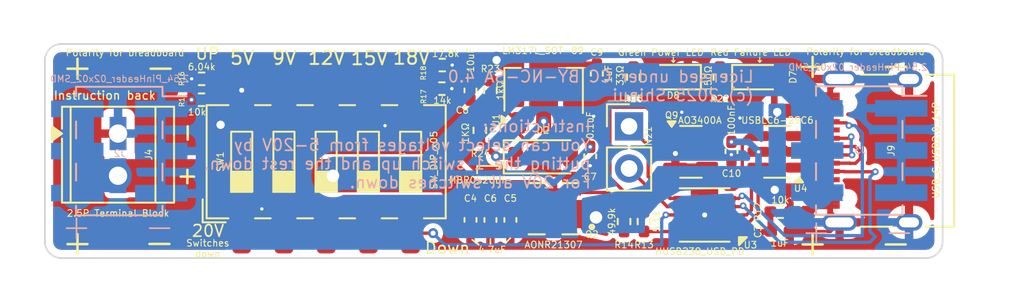
<source format=kicad_pcb>
(kicad_pcb (version 20241229) (generator "pcbnew") (generator_version "9.0")
  (layers (0 "F.Cu" signal) (2 "B.Cu" signal) (13 "F.Paste" user) (15 "B.Paste" user) (5 "F.SilkS" user "F.Silkscreen") (7 "B.SilkS" user "B.Silkscreen") (1 "F.Mask" user) (3 "B.Mask" user) (25 "Edge.Cuts" user))
  (net 0 "")
  (net 1 "GND")
  (net 2 "Net-(U3-VIN)")
  (net 3 "VCC")
  (net 4 "Net-(D7-K)")
  (net 5 "Net-(D7-A)")
  (net 6 "Net-(D8-A)")
  (net 7 "Net-(J9-CC2)")
  (net 8 "Net-(J9-D--PadA7)")
  (net 9 "Net-(J9-D+-PadA6)")
  (net 10 "Net-(J9-CC1)")
  (net 11 "Net-(Q9-G)")
  (net 12 "Net-(U3-Gate)")
  (net 13 "Net-(R15-Pad2)")
  (net 14 "Net-(R16-Pad2)")
  (net 15 "Net-(R17-Pad2)")
  (net 16 "Net-(R18-Pad2)")
  (net 17 "Net-(U3-VSET)")
  (net 18 "SCL 1")
  (net 19 "SDA 1")
  (net 20 "/USB_M")
  (net 21 "/USB_P")
  (net 23 "Net-(D2-A)")
  (net 24 "Net-(D2-K)")
  (net 25 "Net-(Q9-D)")
  (footprint "Resistor_SMD:R_0402_1005Metric_Pad0.72x0.64mm_HandSolder" (layer "F.Cu") (at 166.8 110.2 90)
    (property "Reference" "R23")
    (property "Value" "1kΩ")
  )
  (footprint "LED_SMD:LED_0603_1608Metric_Pad1.05x0.95mm_HandSolder" (layer "F.Cu") (at 183 109.4)
    (property "Reference" "D7")
    (property "Value" "Red Failure LED")
  )
  (footprint "Resistor_SMD:R_0402_1005Metric_Pad0.72x0.64mm_HandSolder" (layer "F.Cu") (at 174.8375 118.1 -90)
    (property "Reference" "R14")
    (property "Value" "49.9k")
  )
  (footprint "TerminalBlock_TE-Connectivity:TerminalBlock_TE_282834-2_1x02_P2.54mm_Horizontal" (layer "F.Cu") (at 144.4 112.8 -90)
    (property "Reference" "J4")
    (property "Value" "2.5P Terminal Block")
  )
  (footprint "Resistor_SMD:R_0402_1005Metric_Pad0.72x0.64mm_HandSolder" (layer "F.Cu") (at 166.1625 112.6025 90)
    (property "Reference" "R24")
    (property "Value" "1KΩ")
  )
  (footprint "Package_TO_SOT_SMD:SOT-23-6" (layer "F.Cu") (at 184.0625 113.9 180)
    (property "Reference" "U4")
    (property "Value" "USBLC6-2SC6")
  )
  (footprint "LED_SMD:LED_0603_1608Metric_Pad1.05x0.95mm_HandSolder" (layer "F.Cu") (at 177.8 109.4 180)
    (property "Reference" "D8")
    (property "Value" "Green Power LED")
  )
  (footprint "Package_TO_SOT_SMD:SOT-89-3" (layer "F.Cu") (at 170 110.2 90)
    (property "Reference" "U1")
    (property "Value" "LM317L_SOT-89")
  )
  (footprint "Capacitor_SMD:C_0402_1005Metric_Pad0.74x0.62mm_HandSolder" (layer "F.Cu") (at 165.6 110.2 90)
    (property "Reference" "C8")
    (property "Value" "10uF")
  )
  (footprint "Capacitor_SMD:C_0402_1005Metric_Pad0.74x0.62mm_HandSolder" (layer "F.Cu") (at 165.6 117.9975 90)
    (property "Reference" "C4")
    (property "Value" "Cap_4.7uF" (hide yes))
  )
  (footprint "Resistor_SMD:R_0402_1005Metric_Pad0.72x0.64mm_HandSolder" (layer "F.Cu") (at 180.6 109.3975 -90)
    (property "Reference" "R22")
    (property "Value" "150Ω")
  )
  (footprint "Capacitor_SMD:C_0402_1005Metric_Pad0.74x0.62mm_HandSolder" (layer "F.Cu") (at 181.3 113.8675 90)
    (property "Reference" "C10")
    (property "Value" "100nF")
  )
  (footprint "Package_DFN_QFN:DFN-10-1EP_3x3mm_P0.5mm_EP1.55x2.48mm" (layer "F.Cu") (at 179.6875 117.7025 180)
    (property "Reference" "U3")
    (property "Value" "HUSB238_USB_PD")
  )
  (footprint "Capacitor_SMD:C_0402_1005Metric_Pad0.74x0.62mm_HandSolder" (layer "F.Cu") (at 166.8 118.0025 90)
    (property "Reference" "C6")
    (property "Value" "Cap_4.7uF" (hide yes))
  )
  (footprint "Connector_USB:USB_C_Receptacle_XKB_U262-16XN-4BVC11" (layer "F.Cu") (at 190.905 113.83 90)
    (property "Reference" "J9")
    (property "Value" "USB_C_USB2.0_14P")
  )
  (footprint "Resistor_SMD:R_0402_1005Metric_Pad0.72x0.64mm_HandSolder" (layer "F.Cu") (at 149.4275 109.5)
    (property "Reference" "R16")
    (property "Value" "6.04k")
  )
  (footprint "Capacitor_SMD:C_0402_1005Metric_Pad0.74x0.62mm_HandSolder" (layer "F.Cu") (at 184.2375 118.7025 180)
    (property "Reference" "C3")
    (property "Value" "1uF")
  )
  (footprint "Capacitor_SMD:C_0402_1005Metric_Pad0.74x0.62mm_HandSolder" (layer "F.Cu") (at 168 118 90)
    (property "Reference" "C5")
    (property "Value" "4.7uF")
  )
  (footprint "Connector_PinHeader_2.54mm:PinHeader_1x02_P2.54mm_Vertical" (layer "F.Cu") (at 175.1375 112.3625)
    (property "Reference" "N21")
    (property "Value" "Conn_01x02_Pin")
  )
  (footprint "Capacitor_SMD:C_0402_1005Metric_Pad0.74x0.62mm_HandSolder" (layer "F.Cu") (at 172.8 114.1675 90)
    (property "Reference" "C7")
    (property "Value" "0.1uF")
  )
  (footprint "Resistor_SMD:R_0402_1005Metric_Pad0.72x0.64mm_HandSolder" (layer "F.Cu") (at 176.0375 118.1 90)
    (property "Reference" "R13")
    (property "Value" "5.1k")
  )
  (footprint "Button_Switch_SMD:SW_DIP_SPSTx05_Slide_6.7x14.26mm_W8.61mm_P2.54mm_LowProfile" (layer "F.Cu") (at 156.92 114.495 90)
    (property "Reference" "SW1")
    (property "Value" "SW_DIP_x05")
  )
  (footprint "Resistor_SMD:R_0402_1005Metric_Pad0.72x0.64mm_HandSolder" (layer "F.Cu") (at 175.4 109.3975 90)
    (property "Reference" "R25")
    (property "Value" "33Ω")
  )
  (footprint "Diode_SMD:D_SOD-123" (layer "F.Cu") (at 169.9625 114.2)
    (property "Reference" "D2")
    (property "Value" "MBR0520LT")
  )
  (footprint "Package_TO_SOT_SMD:SOT-23" (layer "F.Cu") (at 178.8625 113.9)
    (property "Reference" "Q9")
    (property "Value" "AO3400A")
  )
  (footprint "Capacitor_SMD:C_0402_1005Metric_Pad0.74x0.62mm_HandSolder" (layer "F.Cu") (at 173.2 109.1975 -90)
    (property "Reference" "C9")
    (property "Value" "1uF")
  )
  (footprint "Resistor_SMD:R_0402_1005Metric_Pad0.72x0.64mm_HandSolder" (layer "F.Cu") (at 149.42 110.76)
    (property "Reference" "R15")
    (property "Value" "10k")
  )
  (footprint "AONR21307:TRANS_AONR21307" (layer "F.Cu") (at 170.6 117.325 180)
    (property "Reference" "Q2")
    (property "Value" "AONR21307")
  )
  (footprint "Resistor_SMD:R_0402_1005Metric_Pad0.72x0.64mm_HandSolder" (layer "F.Cu") (at 184.24 117.5025)
    (property "Reference" "R12")
    (property "Value" "10k")
  )
  (footprint "Resistor_SMD:R_0402_1005Metric_Pad0.72x0.64mm_HandSolder" (layer "F.Cu") (at 163.9025 108.67 180)
    (property "Reference" "R18")
    (property "Value" "17.8k")
  )
  (footprint "Resistor_SMD:R_0402_1005Metric_Pad0.72x0.64mm_HandSolder" (layer "F.Cu") (at 163.88 110.09 180)
    (property "Reference" "R17")
    (property "Value" "14k")
  )
  (footprint "Connector_PinHeader_2.54mm:PinHeader_2x03_P2.54mm_Vertical_SMD" (layer "B.Cu") (at 188.985 113.82 180)
    (property "Reference" "J3")
    (property "Value" "2.54_PinHeader_02x02_SMD")
  )
  (footprint "Connector_PinHeader_2.54mm:PinHeader_2x03_P2.54mm_Vertical_SMD" (layer "B.Cu") (at 144.475 113.85 180)
    (property "Reference" "J2")
    (property "Value" "2.54_PinHeader_02x02_SMD")
  )
  (gr_line (start 177.8 108.5) (end 177.7 108.4) (stroke (width 0.07)) (layer "F.SilkS"))
  (gr_line (start 148.17 115.39) (end 148.97 115.39) (stroke (width 0.15)) (layer "F.SilkS"))
  (gr_line (start 166.1 119.5) (end 165.7 119.2) (stroke (width 0.1)) (layer "F.SilkS"))
  (gr_line (start 166 115.2) (end 166 114.75) (stroke (width 0.1)) (layer "F.SilkS"))
  (gr_line (start 146.29 119.45) (end 147.49 119.45) (stroke (width 0.15)) (layer "F.SilkS"))
  (gr_line (start 167.4 114.75) (end 167.3 114.6) (stroke (width 0.1)) (layer "F.SilkS"))
  (gr_line (start 141.96 118.86) (end 141.96 120.06) (stroke (width 0.15)) (layer "F.SilkS"))
  (gr_line (start 183 108.5) (end 182.9 108.4) (stroke (width 0.07)) (layer "F.SilkS"))
  (gr_line (start 167.4 114.75) (end 167.3 114.9) (stroke (width 0.1)) (layer "F.SilkS"))
  (gr_line (start 185.58 108.78) (end 186.78 108.78) (stroke (width 0.15)) (layer "F.SilkS"))
  (gr_line (start 190.58 108.78) (end 191.78 108.78) (stroke (width 0.15)) (layer "F.SilkS"))
  (gr_line (start 148.59 112.36) (end 148.59 113.16) (stroke (width 0.15)) (layer "F.SilkS"))
  (gr_line (start 177.8 108.5) (end 177.9 108.4) (stroke (width 0.07)) (layer "F.SilkS"))
  (gr_line (start 166.8 119.45) (end 166.8 119.15) (stroke (width 0.1)) (layer "F.SilkS"))
  (gr_line (start 186.18 118.88) (end 186.18 120.08) (stroke (width 0.15)) (layer "F.SilkS"))
  (gr_line (start 148.57 114.99) (end 148.57 115.79) (stroke (width 0.15)) (layer "F.SilkS"))
  (gr_line (start 183 108.2) (end 183 108.5) (stroke (width 0.07)) (layer "F.SilkS"))
  (gr_line (start 166 114.75) (end 167.4 114.75) (stroke (width 0.1)) (layer "F.SilkS"))
  (gr_line (start 177.8 108.2) (end 177.8 108.5) (stroke (width 0.07)) (layer "F.SilkS"))
  (gr_line (start 190.58 119.48) (end 191.78 119.48) (stroke (width 0.15)) (layer "F.SilkS"))
  (gr_line (start 185.58 119.48) (end 186.78 119.48) (stroke (width 0.15)) (layer "F.SilkS"))
  (gr_line (start 141.36 108.89) (end 142.56 108.89) (stroke (width 0.15)) (layer "F.SilkS"))
  (gr_line (start 183 108.5) (end 183.1 108.4) (stroke (width 0.07)) (layer "F.SilkS"))
  (gr_line (start 141.96 108.29) (end 141.96 109.49) (stroke (width 0.15)) (layer "F.SilkS"))
  (gr_line (start 141.36 119.46) (end 142.56 119.46) (stroke (width 0.15)) (layer "F.SilkS"))
  (gr_line (start 146.36 108.89) (end 147.56 108.89) (stroke (width 0.15)) (layer "F.SilkS"))
  (gr_line (start 186.18 108.18) (end 186.18 109.38) (stroke (width 0.15)) (layer "F.SilkS"))
  (gr_line (start 167.7 119.4) (end 168 119.1) (stroke (width 0.1)) (layer "F.SilkS"))
  (gr_line (start 190.8 118.8) (end 192 118.8) (stroke (width 0.1)) (layer "B.SilkS"))
  (gr_line (start 141.9 117.9) (end 141.9 119.1) (stroke (width 0.1)) (layer "B.SilkS"))
  (gr_line (start 185.8 118.8) (end 187 118.8) (stroke (width 0.1)) (layer "B.SilkS"))
  (gr_line (start 141.3 118.5) (end 142.5 118.5) (stroke (width 0.1)) (layer "B.SilkS"))
  (gr_line (start 146.3 118.5) (end 147.5 118.5) (stroke (width 0.1)) (layer "B.SilkS"))
  (gr_line (start 186.4 118.2) (end 186.4 119.4) (stroke (width 0.1)) (layer "B.SilkS"))
  (gr_line (start 193 120.3) (end 141 120.3) (stroke (width 0.1)) (layer "Edge.Cuts"))
  (gr_line (start 140 119.3) (end 140.000085 108.4) (stroke (width 0.1)) (layer "Edge.Cuts"))
  (gr_arc (start 193 107.4) (mid 193.707089 107.692896) (end 194 108.4) (stroke (width 0.1)) (layer "Edge.Cuts"))
  (gr_arc (start 141 120.3) (mid 140.292911 120.007104) (end 140 119.3) (stroke (width 0.1)) (layer "Edge.Cuts"))
  (gr_line (start 141 107.4) (end 192.996822 107.4) (stroke (width 0.1)) (layer "Edge.Cuts"))
  (gr_arc (start 194 119.3) (mid 193.707124 120.007139) (end 193 120.3) (stroke (width 0.1)) (layer "Edge.Cuts"))
  (gr_line (start 194 108.4) (end 194 119.3) (stroke (width 0.1)) (layer "Edge.Cuts"))
  (gr_arc (start 140.000084 108.4) (mid 140.29296 107.692861) (end 141.000084 107.4) (stroke (width 0.1)) (layer "Edge.Cuts"))
  (gr_text "9V" (at 154.4 108.24 0) (layer "F.SilkS") (effects (font (size 0.8 0.8) (thickness 0.12))))
  (gr_text "UP" (at 149 108.4 0) (layer "F.SilkS") (effects (font (size 0.7 0.7) (thickness 0.1)) (justify left bottom)))
  (gr_text "5V" (at 151.87 108.24 0) (layer "F.SilkS") (effects (font (size 0.8 0.8) (thickness 0.12))))
  (gr_text "Polarity for breadboard" (at 144.82 107.93 0) (layer "F.SilkS") (effects (font (size 0.4 0.4) (thickness 0.06))))
  (gr_text "18V" (at 162.05 108.23 0) (layer "F.SilkS") (effects (font (size 0.8 0.8) (thickness 0.12))))
  (gr_text "Polarity for breadboard" (at 189.36 107.86 0) (layer "F.SilkS") (effects (font (size 0.4 0.4) (thickness 0.06))))
  (gr_text "15V" (at 159.52 108.26 0) (layer "F.SilkS") (effects (font (size 0.8 0.8) (thickness 0.12))))
  (gr_text "20V" (at 148.78 119.07 0) (layer "F.SilkS") (effects (font (size 0.7 0.7) (thickness 0.1)) (justify left bottom)))
  (gr_text "Switches\ndown\n" (at 149.8 119.72 0) (layer "F.SilkS") (effects (font (size 0.4 0.4) (thickness 0.06))))
  (gr_text "Down" (at 162.8 120.1 0) (layer "F.SilkS") (effects (font (size 0.7 0.7) (thickness 0.1)) (justify left bottom)))
  (gr_text "12V" (at 156.94 108.24 0) (layer "F.SilkS") (effects (font (size 0.8 0.8) (thickness 0.12))))
  (gr_text "Instruction back" (at 143.6 110.5 0) (layer "F.SilkS") (effects (font (size 0.5 0.5) (thickness 0.08))))
  (gr_text "Instructions:\nYou can select voltages from 5-20V by\nputting the 1 switch up and the rest down. \nFor 20V all switches down. \n" (at 172.9 116.15 0) (layer "B.SilkS") (effects (font (size 0.7 0.7) (thickness 0.1)) (justify left bottom mirror)))
  (gr_text "Licensed under CC BY-NC-SA 4.0\n(c) 2025 Shinui\n" (at 182.7 110.9 0) (layer "B.SilkS") (effects (font (size 0.7 0.7) (thickness 0.1)) (justify left bottom mirror)))
  (segment (start 185.2 113.9) (end 184.845532 113.9) (width 0.2) (layer "F.Cu") (net 1))
  (segment (start 183.139468 111.86) (end 181.81 111.86) (width 0.2) (layer "F.Cu") (net 1))
  (segment (start 181.3 114.076259) (end 181.291241 114.0675) (width 0.2) (layer "F.Cu") (net 1))
  (segment (start 177.925 114.000002) (end 177.925 114.85) (width 0.4) (layer "F.Cu") (net 1))
  (segment (start 184.2365 113.290968) (end 184.2365 112.957032) (width 0.2) (layer "F.Cu") (net 1))
  (segment (start 191.98 118.15) (end 187.8 118.15) (width 0.35) (layer "F.Cu") (net 1))
  (segment (start 186.4 117.2) (end 186 117.6) (width 0.35) (layer "F.Cu") (net 1))
  (segment (start 187.235 117.18) (end 187.235 116.906) (width 0.35) (layer "F.Cu") (net 1))
  (segment (start 187.235 110.48) (end 187.235 110.754) (width 0.35) (layer "F.Cu") (net 1))
  (segment (start 184.845532 113.9) (end 184.2365 113.290968) (width 0.2) (layer "F.Cu") (net 1))
  (segment (start 187.8 109.51) (end 191.98 109.51) (width 0.35) (layer "F.Cu") (net 1))
  (segment (start 186.08 110.48) (end 185.8 110.2) (width 0.35) (layer "F.Cu") (net 1))
  (segment (start 181.3 114.435) (end 181.3 114.076259) (width 0.2) (layer "F.Cu") (net 1))
  (segment (start 187.235 117.18) (end 187.235 117.585) (width 0.35) (layer "F.Cu") (net 1))
  (segment (start 187.235 110.075) (end 187.8 109.51) (width 0.35) (layer "F.Cu") (net 1))
  (segment (start 187.235 117.585) (end 187.8 118.15) (width 0.35) (layer "F.Cu") (net 1))
  (segment (start 187.235 110.48) (end 186.08 110.48) (width 0.35) (layer "F.Cu") (net 1))
  (segment (start 184.2365 112.957032) (end 183.139468 111.86) (width 0.2) (layer "F.Cu") (net 1))
  (segment (start 187.2475 118.7025) (end 187.8 118.15) (width 0.2) (layer "F.Cu") (net 1))
  (segment (start 187.235 117.18) (end 186.4 117.18) (width 0.35) (layer "F.Cu") (net 1))
  (segment (start 187.235 110.48) (end 187.235 110.075) (width 0.35) (layer "F.Cu") (net 1))
  (segment (start 186.4 117.18) (end 186.4 117.2) (width 0.35) (layer "F.Cu") (net 1))
  (segment (start 179.6875 117.7025) (end 179.6875 116.2725) (width 0.8) (layer "F.Cu") (net 1))
  (segment (start 184.805 118.7025) (end 187.2475 118.7025) (width 0.2) (layer "F.Cu") (net 1))
  (segment (start 179.6875 119.1625) (end 179.6875 117.7025) (width 0.8) (layer "F.Cu") (net 1))
  (segment (start 179.6875 116.2725) (end 179.69 116.27) (width 0.8) (layer "F.Cu") (net 1))
  (segment (start 179.6875 119.1625) (end 179.68 119.17) (width 0.8) (layer "F.Cu") (net 1))
  (via (at 164.5 108.67) (size 0.4) (drill 0.2) (layers "F.Cu" "B.Cu") (net 1))
  (via (at 164.4775 110.09) (size 0.4) (drill 0.2) (layers "F.Cu" "B.Cu") (net 1))
  (via (at 177.925 114.000002) (size 0.6) (drill 0.3) (layers "F.Cu" "B.Cu") (net 1))
  (via (at 181.291241 114.0675) (size 0.4) (drill 0.2) (layers "F.Cu" "B.Cu") (net 1))
  (via (at 173.01 111.76) (size 0.4) (drill 0.2) (layers "F.Cu" "B.Cu") (net 1))
  (via (at 153.05 117.34) (size 0.4) (drill 0.2) (layers "F.Cu" "B.Cu") (net 1))
  (via (at 148.8225 110.76) (size 0.4) (drill 0.2) (layers "F.Cu" "B.Cu") (net 1))
  (via (at 178.31 111.51) (size 0.4) (drill 0.2) (layers "F.Cu" "B.Cu") (net 1))
  (via (at 181.81 111.86) (size 0.4) (drill 0.2) (layers "F.Cu" "B.Cu") (net 1))
  (via (at 167.17 108.37) (size 1) (drill 0.5) (layers "F.Cu" "B.Cu") (net 1))
  (via (at 172.8 114.735) (size 0.4) (drill 0.2) (layers "F.Cu" "B.Cu") (net 1))
  (via (at 160.46 112.32) (size 0.4) (drill 0.2) (layers "F.Cu" "B.Cu") (net 1))
  (via (at 179.6875 117.7025) (size 0.6) (drill 0.3) (layers "F.Cu" "B.Cu") (net 1))
  (via (at 148.83 109.5) (size 0.4) (drill 0.2) (layers "F.Cu" "B.Cu") (net 1))
  (via (at 150.57 112.27) (size 1) (drill 0.5) (layers "F.Cu" "B.Cu") (net 1))
  (via (at 151.84 110.19) (size 0.6) (drill 0.3) (layers "F.Cu" "B.Cu") (net 1))
  (segment (start 191.51 111.28) (end 191.51 116.36) (width 0.4) (layer "B.Cu") (net 1))
  (segment (start 183.6425 117.5025) (end 183.6425 118.675) (width 0.35) (layer "F.Cu") (net 2))
  (segment (start 183.6425 118.675) (end 183.67 118.7025) (width 0.35) (layer "F.Cu") (net 2))
  (segment (start 183.67 118.7025) (end 183.644 118.7285) (width 0.35) (layer "F.Cu") (net 2))
  (segment (start 183.644 118.7285) (end 181.2375 118.7285) (width 0.35) (layer "F.Cu") (net 2))
  (segment (start 166.8 117.435) (end 166.8 116.65) (width 0.35) (layer "F.Cu") (net 3))
  (segment (start 166.8 116.65) (end 166.75 116.6) (width 0.35) (layer "F.Cu") (net 3))
  (segment (start 170.1 117.325) (end 169.375 116.6) (width 2) (layer "F.Cu") (net 3))
  (segment (start 169.375 116.6) (end 167.85 116.6) (width 2) (layer "F.Cu") (net 3))
  (segment (start 168 116.75) (end 167.85 116.6) (width 0.35) (layer "F.Cu") (net 3))
  (segment (start 157.33 115.34) (end 144.4 115.34) (width 2) (layer "F.Cu") (net 3))
  (segment (start 162.16 115.34) (end 157.33 115.34) (width 2) (layer "F.Cu") (net 3))
  (segment (start 165.6 116.7) (end 165.5 116.6) (width 0.35) (layer "F.Cu") (net 3))
  (segment (start 164.24 115.34) (end 162.16 115.34) (width 2) (layer "F.Cu") (net 3))
  (segment (start 167.85 116.6) (end 166.75 116.6) (width 2) (layer "F.Cu") (net 3))
  (segment (start 168 117.4325) (end 168 116.75) (width 0.35) (layer "F.Cu") (net 3))
  (segment (start 165.5 116.6) (end 164.24 115.34) (width 2) (layer "F.Cu") (net 3))
  (segment (start 172.8 113.6) (end 172.8 113.45) (width 0.35) (layer "F.Cu") (net 3))
  (segment (start 166.75 116.6) (end 165.5 116.6) (width 2) (layer "F.Cu") (net 3))
  (segment (start 165.6 117.43) (end 165.6 116.7) (width 0.35) (layer "F.Cu") (net 3))
  (segment (start 172.8 113.45) (end 171.5 112.15) (width 0.35) (layer "F.Cu") (net 3))
  (via (at 157.33 115.34) (size 1.5) (drill 0.75) (layers "F.Cu" "B.Cu") (net 3))
  (via (at 172.8 113.6) (size 0.4) (drill 0.2) (layers "F.Cu" "B.Cu") (net 3))
  (segment (start 173.23 109.55) (end 184.73 109.55) (width 2) (layer "B.Cu") (net 3))
  (segment (start 169.99 115.19) (end 163.65 115.19) (width 0.35) (layer "B.Cu") (net 3))
  (segment (start 157.33 115.34) (end 157.48 115.19) (width 2) (layer "B.Cu") (net 3))
  (segment (start 172.93 109.85) (end 173.23 109.55) (width 2) (layer "B.Cu") (net 3))
  (segment (start 141.95 111.31) (end 141.95 115.33) (width 2) (layer "B.Cu") (net 3))
  (segment (start 184.73 109.55) (end 186.46 111.28) (width 2) (layer "B.Cu") (net 3))
  (segment (start 170.6 115.8) (end 172.8 113.6) (width 0.35) (layer "B.Cu") (net 3))
  (segment (start 141.95 115.33) (end 141.95 116.39) (width 2) (layer "B.Cu") (net 3))
  (segment (start 141.95 115.33) (end 144.224 115.33) (width 2) (layer "B.Cu") (net 3))
  (segment (start 157.48 115.19) (end 163.65 115.19) (width 2) (layer "B.Cu") (net 3))
  (segment (start 144.224 115.33) (end 144.224 115.34) (width 2) (layer "B.Cu") (net 3))
  (segment (start 170.6 115.8) (end 169.99 115.19) (width 0.35) (layer "B.Cu") (net 3))
  (segment (start 163.65 115.19) (end 163.65 114.47) (width 2) (layer "B.Cu") (net 3))
  (segment (start 163.65 114.47) (end 168.27 109.85) (width 2) (layer "B.Cu") (net 3))
  (segment (start 168.27 109.85) (end 172.93 109.85) (width 2) (layer "B.Cu") (net 3))
  (segment (start 186.46 111.28) (end 186.46 116.36) (width 2) (layer "B.Cu") (net 3))
  (segment (start 180.6 108.8) (end 181.525 108.8) (width 0.4) (layer "F.Cu") (net 4))
  (segment (start 181.525 108.8) (end 182.125 109.4) (width 0.4) (layer "F.Cu") (net 4))
  (segment (start 183.9 116.19) (end 184.025 116.19) (width 0.4) (layer "F.Cu") (net 5))
  (segment (start 173.99 117.85) (end 174.8375 118.6975) (width 0.4) (layer "F.Cu") (net 5))
  (segment (start 172 118.3) (end 172.7 118.3) (width 0.4) (layer "F.Cu") (net 5))
  (segment (start 172.3 117) (end 173.15 117.85) (width 0.4) (layer "F.Cu") (net 5))
  (segment (start 184.8375 117.0025) (end 184.8375 117.5025) (width 0.4) (layer "F.Cu") (net 5))
  (segment (start 184.025 116.19) (end 184.8375 117.0025) (width 0.4) (layer "F.Cu") (net 5))
  (segment (start 172.95 117.65) (end 173.15 117.85) (width 0.4) (layer "F.Cu") (net 5))
  (segment (start 172 117.65) (end 172.95 117.65) (width 0.4) (layer "F.Cu") (net 5))
  (segment (start 172 117) (end 172.3 117) (width 0.4) (layer "F.Cu") (net 5))
  (segment (start 183.875 109.4) (end 183.875 111.325) (width 0.4) (layer "F.Cu") (net 5))
  (segment (start 183.875 111.325) (end 184.05 111.5) (width 0.4) (layer "F.Cu") (net 5))
  (segment (start 173.15 117.85) (end 173.99 117.85) (width 0.4) (layer "F.Cu") (net 5))
  (segment (start 172.7 118.3) (end 173.15 117.85) (width 0.4) (layer "F.Cu") (net 5))
  (via (at 182.925 113.9) (size 0.4) (drill 0.2) (layers "F.Cu" "B.Cu") (net 5))
  (via (at 181.3 113.3) (size 0.4) (drill 0.2) (layers "F.Cu" "B.Cu") (net 5))
  (via (at 173.15 117.85) (size 1.5) (drill 0.75) (layers "F.Cu" "B.Cu") (net 5))
  (via (at 183.9 116.19) (size 1) (drill 0.5) (layers "F.Cu" "B.Cu") (net 5))
  (via (at 184.05 111.5) (size 1) (drill 0.5) (layers "F.Cu" "B.Cu") (net 5))
  (segment (start 183.9 116.19) (end 183.9 116.065) (width 0.4) (layer "B.Cu") (net 5))
  (segment (start 181.3 113.3) (end 182.325 113.3) (width 0.4) (layer "B.Cu") (net 5))
  (segment (start 182.925 115.09) (end 182.925 113.9) (width 0.4) (layer "B.Cu") (net 5))
  (segment (start 182.325 113.3) (end 182.925 113.9) (width 0.4) (layer "B.Cu") (net 5))
  (segment (start 183.9 116.065) (end 182.925 115.09) (width 0.4) (layer "B.Cu") (net 5))
  (segment (start 176.33 109.995) (end 176.925 109.4) (width 0.35) (layer "F.Cu") (net 6))
  (segment (start 175.4 109.995) (end 176.33 109.995) (width 0.35) (layer "F.Cu") (net 6))
  (segment (start 181.7475 116.7025) (end 181.2375 116.7025) (width 0.2) (layer "F.Cu") (net 7))
  (segment (start 187.305 112.15) (end 187.235 112.08) (width 0.2) (layer "F.Cu") (net 7))
  (segment (start 188.365 112.315) (end 188.2 112.15) (width 0.2) (layer "F.Cu") (net 7))
  (segment (start 188.2 112.15) (end 187.305 112.15) (width 0.2) (layer "F.Cu") (net 7))
  (segment (start 181.93374 116.553668) (end 181.896332 116.553668) (width 0.2) (layer "F.Cu") (net 7))
  (segment (start 181.896332 116.553668) (end 181.7475 116.7025) (width 0.2) (layer "F.Cu") (net 7))
  (via (at 188.365 112.315) (size 0.4) (drill 0.2) (layers "F.Cu" "B.Cu") (net 7))
  (via (at 181.93374 116.553668) (size 0.4) (drill 0.2) (layers "F.Cu" "B.Cu") (net 7))
  (segment (start 188.365 112.315) (end 188.725 112.315) (width 0.2) (layer "B.Cu") (net 7))
  (segment (start 189.17 118.95) (end 184.508521 118.95) (width 0.2) (layer "B.Cu") (net 7))
  (segment (start 184.508521 118.95) (end 182.112189 116.553668) (width 0.2) (layer "B.Cu") (net 7))
  (segment (start 182.112189 116.553668) (end 181.93374 116.553668) (width 0.2) (layer "B.Cu") (net 7))
  (segment (start 189.17 112.76) (end 189.17 118.95) (width 0.2) (layer "B.Cu") (net 7))
  (segment (start 188.725 112.315) (end 189.17 112.76) (width 0.2) (layer "B.Cu") (net 7))
  (segment (start 189.051 113.882479) (end 189.051 114.297521) (width 0.2) (layer "F.Cu") (net 8))
  (segment (start 185.2 112.95) (end 185.799999 112.95) (width 0.2) (layer "F.Cu") (net 8))
  (segment (start 186.429999 113.58) (end 187.235 113.58) (width 0.2) (layer "F.Cu") (net 8))
  (segment (start 188.442 114.591) (end 188.431 114.58) (width 0.2) (layer "F.Cu") (net 8))
  (segment (start 188.748521 113.58) (end 189.051 113.882479) (width 0.2) (layer "F.Cu") (net 8))
  (segment (start 187.235 113.58) (end 188.748521 113.58) (width 0.2) (layer "F.Cu") (net 8))
  (segment (start 189.051 114.297521) (end 188.757521 114.591) (width 0.2) (layer "F.Cu") (net 8))
  (segment (start 188.431 114.58) (end 187.235 114.58) (width 0.2) (layer "F.Cu") (net 8))
  (segment (start 185.799999 112.95) (end 186.429999 113.58) (width 0.2) (layer "F.Cu") (net 8))
  (segment (start 188.757521 114.591) (end 188.442 114.591) (width 0.2) (layer "F.Cu") (net 8))
  (segment (start 188.55 114.09) (end 188.013649 114.09) (width 0.2) (layer "F.Cu") (net 9))
  (segment (start 188.5 112.99) (end 188.41 113.08) (width 0.2) (layer "F.Cu") (net 9))
  (segment (start 188.41 113.08) (end 187.235 113.08) (width 0.2) (layer "F.Cu") (net 9))
  (segment (start 188.003649 114.08) (end 187.235 114.08) (width 0.2) (layer "F.Cu") (net 9))
  (segment (start 185.2 114.85) (end 185.799999 114.85) (width 0.2) (layer "F.Cu") (net 9))
  (segment (start 188.013649 114.09) (end 188.003649 114.08) (width 0.2) (layer "F.Cu") (net 9))
  (segment (start 185.799999 114.85) (end 186.569999 114.08) (width 0.2) (layer "F.Cu") (net 9))
  (segment (start 186.569999 114.08) (end 187.235 114.08) (width 0.2) (layer "F.Cu") (net 9))
  (via (at 188.55 114.09) (size 0.4) (drill 0.2) (layers "F.Cu" "B.Cu") (net 9))
  (via (at 188.5 112.99) (size 0.4) (drill 0.2) (layers "F.Cu" "B.Cu") (net 9))
  (segment (start 188.5 114.04) (end 188.55 114.09) (width 0.2) (layer "B.Cu") (net 9))
  (segment (start 188.5 112.99) (end 188.5 114.04) (width 0.2) (layer "B.Cu") (net 9))
  (segment (start 188.1 115.1) (end 188.08 115.08) (width 0.2) (layer "F.Cu") (net 10))
  (segment (start 189.95 115.1) (end 188.1 115.1) (width 0.2) (layer "F.Cu") (net 10))
  (segment (start 182 117.15) (end 181.9475 117.2025) (width 0.2) (layer "F.Cu") (net 10))
  (segment (start 181.9475 117.2025) (end 181.2375 117.2025) (width 0.2) (layer "F.Cu") (net 10))
  (segment (start 188.08 115.08) (end 187.235 115.08) (width 0.2) (layer "F.Cu") (net 10))
  (via (at 182 117.15) (size 0.4) (drill 0.2) (layers "F.Cu" "B.Cu") (net 10))
  (via (at 189.95 115.1) (size 0.4) (drill 0.2) (layers "F.Cu" "B.Cu") (net 10))
  (segment (start 189.95 115.1) (end 189.634 115.416) (width 0.2) (layer "B.Cu") (net 10))
  (segment (start 189.95 119.0171) (end 189.6161 119.351) (width 0.2) (layer "B.Cu") (net 10))
  (segment (start 189.634 115.416) (end 189.634 118.7011) (width 0.2) (layer "B.Cu") (net 10))
  (segment (start 189.6161 119.351) (end 184.201 119.351) (width 0.2) (layer "B.Cu") (net 10))
  (segment (start 189.634 118.7011) (end 189.95 119.0171) (width 0.2) (layer "B.Cu") (net 10))
  (segment (start 184.201 119.351) (end 182 117.15) (width 0.2) (layer "B.Cu") (net 10))
  (segment (start 176.1865 111.2115) (end 173.9865 111.2115) (width 0.2) (layer "F.Cu") (net 11))
  (segment (start 173.9865 111.2115) (end 173.9865 115.4515) (width 0.2) (layer "F.Cu") (net 11))
  (segment (start 177.925 112.95) (end 176.1865 111.2115) (width 0.2) (layer "F.Cu") (net 11))
  (segment (start 174.8375 117.2875) (end 173.9 116.35) (width 0.2) (layer "F.Cu") (net 11))
  (segment (start 173.9865 115.4515) (end 176.0375 117.5025) (width 0.2) (layer "F.Cu") (net 11))
  (segment (start 173.9 116.35) (end 172 116.35) (width 0.2) (layer "F.Cu") (net 11))
  (segment (start 174.8375 117.5025) (end 174.8375 117.2875) (width 0.2) (layer "F.Cu") (net 11))
  (segment (start 176.0375 117.5025) (end 174.8375 117.5025) (width 0.2) (layer "F.Cu") (net 11))
  (segment (start 176.0425 118.7025) (end 176.0375 118.6975) (width 0.2) (layer "F.Cu") (net 12))
  (segment (start 178.1375 118.7025) (end 176.0425 118.7025) (width 0.2) (layer "F.Cu") (net 12))
  (segment (start 150.34384 110.76) (end 151.29484 111.711) (width 0.2) (layer "F.Cu") (net 13))
  (segment (start 155.399 111.711) (end 156.92 110.19) (width 0.2) (layer "F.Cu") (net 13))
  (segment (start 150.0175 110.76) (end 150.34384 110.76) (width 0.2) (layer "F.Cu") (net 13))
  (segment (start 151.29484 111.711) (end 155.399 111.711) (width 0.2) (layer "F.Cu") (net 13))
  (segment (start 150.856 108.669) (end 150.025 109.5) (width 0.2) (layer "F.Cu") (net 14))
  (segment (start 152.859 108.669) (end 150.856 108.669) (width 0.2) (layer "F.Cu") (net 14))
  (segment (start 154.38 110.19) (end 152.859 108.669) (width 0.2) (layer "F.Cu") (net 14))
  (segment (start 162.589 111.711) (end 163.2825 111.0175) (width 0.2) (layer "F.Cu") (net 15))
  (segment (start 160.981 111.711) (end 162.589 111.711) (width 0.2) (layer "F.Cu") (net 15))
  (segment (start 163.2825 111.0175) (end 163.2825 110.09) (width 0.2) (layer "F.Cu") (net 15))
  (segment (start 159.46 110.19) (end 160.981 111.711) (width 0.2) (layer "F.Cu") (net 15))
  (segment (start 162 110.19) (end 162 109.975) (width 0.2) (layer "F.Cu") (net 16))
  (segment (start 162 109.975) (end 163.305 108.67) (width 0.2) (layer "F.Cu") (net 16))
  (segment (start 178.135 117.7) (end 178.1375 117.7025) (width 0.2) (layer "F.Cu") (net 17))
  (segment (start 163.35 118.8) (end 151.84 118.8) (width 0.2) (layer "F.Cu") (net 17))
  (segment (start 177.35 117.7) (end 178.135 117.7) (width 0.2) (layer "F.Cu") (net 17))
  (via (at 177.35 117.7) (size 0.4) (drill 0.2) (layers "F.Cu" "B.Cu") (net 17))
  (via (at 163.35 118.8) (size 0.6) (drill 0.3) (layers "F.Cu" "B.Cu") (net 17))
  (segment (start 177.1 119.5) (end 164.05 119.5) (width 0.2) (layer "B.Cu") (net 17))
  (segment (start 164.05 119.5) (end 163.35 118.8) (width 0.2) (layer "B.Cu") (net 17))
  (segment (start 177.1 117.95) (end 177.1 119.5) (width 0.2) (layer "B.Cu") (net 17))
  (segment (start 177.35 117.7) (end 177.1 117.95) (width 0.2) (layer "B.Cu") (net 17))
  (segment (start 178.1375 117.2025) (end 177.4375 117.2025) (width 0.2) (layer "F.Cu") (net 18))
  (segment (start 177.4375 117.2025) (end 175.1375 114.9025) (width 0.2) (layer "F.Cu") (net 18))
  (segment (start 176.2885 113.5135) (end 175.1375 112.3625) (width 0.2) (layer "F.Cu") (net 19))
  (segment (start 177.6025 116.7025) (end 176.2885 115.3885) (width 0.2) (layer "F.Cu") (net 19))
  (segment (start 178.1375 116.7025) (end 177.6025 116.7025) (width 0.2) (layer "F.Cu") (net 19))
  (segment (start 176.2885 115.3885) (end 176.2885 113.5135) (width 0.2) (layer "F.Cu") (net 19))
  (segment (start 181.95 115.25) (end 181.95 113.262501) (width 0.2) (layer "F.Cu") (net 20))
  (segment (start 182.1975 117.7025) (end 182.5 117.4) (width 0.2) (layer "F.Cu") (net 20))
  (segment (start 181.2375 117.7025) (end 182.1975 117.7025) (width 0.2) (layer "F.Cu") (net 20))
  (segment (start 182.5 117.4) (end 182.5 115.8) (width 0.2) (layer "F.Cu") (net 20))
  (segment (start 182.5 115.8) (end 181.95 115.25) (width 0.2) (layer "F.Cu") (net 20))
  (segment (start 181.95 113.262501) (end 182.262501 112.95) (width 0.2) (layer "F.Cu") (net 20))
  (segment (start 182.262501 112.95) (end 182.925 112.95) (width 0.2) (layer "F.Cu") (net 20))
  (segment (start 182.9 117.6) (end 182.2975 118.2025) (width 0.2) (layer "F.Cu") (net 21))
  (segment (start 182.9 115.15) (end 182.9 117.6) (width 0.2) (layer "F.Cu") (net 21))
  (segment (start 182.2975 118.2025) (end 181.2375 118.2025) (width 0.2) (layer "F.Cu") (net 21))
  (segment (start 170.7 114.2) (end 169.8 113.3) (width 0.2) (layer "F.Cu") (net 23))
  (segment (start 167.1475 110.7975) (end 168.5 112.15) (width 0.2) (layer "F.Cu") (net 23))
  (segment (start 171.6125 114.2) (end 170.7 114.2) (width 0.2) (layer "F.Cu") (net 23))
  (segment (start 165.6 110.7675) (end 165.6 110.8725) (width 0.2) (layer "F.Cu") (net 23))
  (segment (start 168.5 112.8) (end 168.5 112.15) (width 0.2) (layer "F.Cu") (net 23))
  (segment (start 166.1625 112.005) (end 166.1625 111.435) (width 0.2) (layer "F.Cu") (net 23))
  (segment (start 166.1625 111.435) (end 166.8 110.7975) (width 0.2) (layer "F.Cu") (net 23))
  (segment (start 169 113.3) (end 168.5 112.8) (width 0.2) (layer "F.Cu") (net 23))
  (segment (start 169.8 113.3) (end 169 113.3) (width 0.2) (layer "F.Cu") (net 23))
  (segment (start 165.6 110.8725) (end 166.1625 111.435) (width 0.2) (layer "F.Cu") (net 23))
  (segment (start 166.8 110.7975) (end 167.1475 110.7975) (width 0.2) (layer "F.Cu") (net 23))
  (segment (start 168.3125 114.2) (end 167.1625 114.2) (width 0.35) (layer "F.Cu") (net 24))
  (segment (start 173.37 108.8) (end 173.2 108.63) (width 0.35) (layer "F.Cu") (net 24))
  (segment (start 170 109.2) (end 170.57 108.63) (width 0.35) (layer "F.Cu") (net 24))
  (segment (start 175.4 108.8) (end 173.37 108.8) (width 0.35) (layer "F.Cu") (net 24))
  (segment (start 166.1625 113.2) (end 167.13125 114.16875) (width 0.35) (layer "F.Cu") (net 24))
  (segment (start 170 112.0625) (end 170 109.2) (width 0.35) (layer "F.Cu") (net 24))
  (segment (start 170.57 108.63) (end 173.2 108.63) (width 0.35) (layer "F.Cu") (net 24))
  (segment (start 167.1625 114.2) (end 167.13125 114.16875) (width 0.35) (layer "F.Cu") (net 24))
  (via (at 167.13125 114.16875) (size 0.6) (drill 0.3) (layers "F.Cu" "B.Cu") (net 24))
  (via (at 170 112.0625) (size 0.6) (drill 0.3) (layers "F.Cu" "B.Cu") (net 24))
  (segment (start 167.89375 114.16875) (end 167.13125 114.16875) (width 0.35) (layer "B.Cu") (net 24))
  (segment (start 170 112.0625) (end 167.89375 114.16875) (width 0.35) (layer "B.Cu") (net 24))
  (segment (start 180.6 111.5) (end 179.8 112.3) (width 0.35) (layer "F.Cu") (net 25))
  (segment (start 179.8 112.3) (end 179.8 113.9) (width 0.35) (layer "F.Cu") (net 25))
  (segment (start 180.6 109.995) (end 180.6 111.5) (width 0.35) (layer "F.Cu") (net 25))
  (zone (net 5) (net_name "Net-(D7-A)") (layer "F.Cu") (priority 1) (connect_pads (clearance 0.5)) (min_thickness 0.25) (fill yes (thermal_gap 0.5) (thermal_bridge_width 0.5))
    (polygon (pts (xy 187.95 115.8) (xy 187.95 116.65) (xy 183.52 116.65) (xy 183.52 115.8)))
  )
  (zone (net 1) (net_name "GND") (layer "F.Cu") (priority 6) (connect_pads no (clearance 0)) (min_thickness 0.25) (fill yes (thermal_gap 0.5) (thermal_bridge_width 0.5))
    (polygon (pts (xy 178.85 116.55) (xy 178.85 115.95) (xy 180.5 115.95) (xy 180.5 116.55)))
  )
  (zone (net 5) (net_name "Net-(D7-A)") (layer "F.Cu") (priority 2) (connect_pads (clearance 0.5)) (min_thickness 0.25) (fill yes (thermal_gap 0.5) (thermal_bridge_width 0.5))
    (polygon (pts (xy 187.85 111) (xy 187.85 111.85) (xy 183.55 111.85) (xy 183.55 111)))
  )
  (zone (net 5) (net_name "Net-(D7-A)") (layer "F.Cu") (priority 4) (connect_pads no (clearance 0)) (min_thickness 0.25) (fill yes (thermal_gap 0.5) (thermal_bridge_width 0.5))
    (polygon (pts (xy 171.65 116.8) (xy 171.65 118.5) (xy 173.9 119) (xy 173.9 116.8)))
  )
  (zone (net 1) (net_name "GND") (layer "F.Cu") (priority 5) (connect_pads no (clearance 0)) (min_thickness 0.25) (fill yes (thermal_gap 0.5) (thermal_bridge_width 0.5) (island_removal_mode 1) (island_area_min 10))
    (polygon (pts (xy 178.85 116.55) (xy 178.9 119.55) (xy 180.5 119.55) (xy 180.5 116.55)))
  )
  (zone (net 1) (net_name "GND") (layers "F.Cu" "B.Cu") (connect_pads (clearance 0.3)) (min_thickness 0.25) (fill yes (thermal_gap 0.5) (thermal_bridge_width 0.5))
    (polygon (pts (xy 137.3 104.75) (xy 137.45 121.65) (xy 198.9 122.1) (xy 196.65 105.15)))
  )
  (zone (net 5) (net_name "Net-(D7-A)") (layer "B.Cu") (priority 3) (connect_pads no (clearance 0)) (min_thickness 0.25) (fill yes (thermal_gap 0.5) (thermal_bridge_width 0.5))
    (polygon (pts (xy 183.53 110.99) (xy 184.57 110.98) (xy 184.58 117.02) (xy 183.55 117.05) (xy 182.35 116.05) (xy 178.224943 116.25) (xy 176.94 117.01) (xy 176.1 117.96) (xy 176.09 118.79) (xy 172.32 118.82) (xy 172.29 116.69) (xy 175.1 116.15) (xy 176.05 115.9) (xy 176.85 114.75) (xy 182.95 114.75) (xy 183.525 114.75)))
  )
)
</source>
